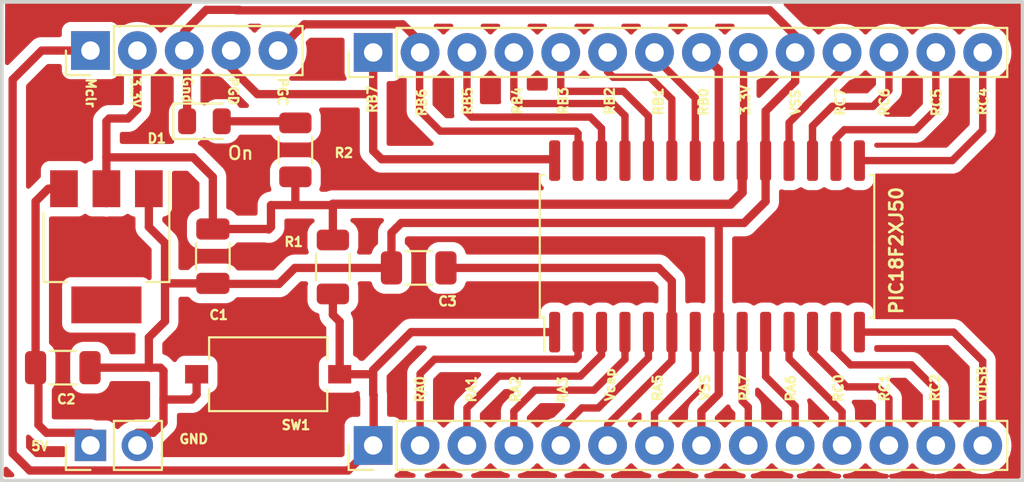
<source format=kicad_pcb>
(kicad_pcb (version 20240108) (generator "pcbnew") (generator_version "8.0")
  (layers (0 "F.Cu" signal) (31 "B.Cu" signal) (34 "B.Paste" user) (35 "F.Paste" user) (36 "B.SilkS" user "B.Silkscreen") (37 "F.SilkS" user "F.Silkscreen") (38 "B.Mask" user) (39 "F.Mask" user) (44 "Edge.Cuts" user))
  (net 0 "")
  (footprint "CNC:PinHeader_1x05_P2.54mm_Vertical_Modify" (layer "F.Cu") (at 177.1148 75.285 90)
    (property "Reference" "REF**" (hide yes))
    (property "Value" "PinHeader_1x05_P2.54mm_Vertical_Modify" (hide yes))
    (fp_line (start -1.33 -1.33) (end 0 -1.33) (stroke (width 0.12)) (layer "F.SilkS"))
    (fp_line (start -1.33 0) (end -1.33 -1.33) (stroke (width 0.12)) (layer "F.SilkS"))
    (fp_line (start 1.33 1.27) (end 1.33 11.49) (stroke (width 0.12)) (layer "F.SilkS"))
    (fp_line (start -1.33 1.27) (end 1.33 1.27) (stroke (width 0.12)) (layer "F.SilkS"))
    (fp_line (start -1.33 1.27) (end -1.33 11.49) (stroke (width 0.12)) (layer "F.SilkS"))
    (fp_line (start -1.33 11.49) (end 1.33 11.49) (stroke (width 0.12)) (layer "F.SilkS"))
    (pad "1" thru_hole rect (at 0 0 90) (size 2.1 2.1) (drill 1) (layers "*.Cu" "*.Mask"))
    (pad "2" thru_hole oval (at 0 2.54 90) (size 2.1 2.1) (drill 1) (layers "*.Cu" "*.Mask"))
    (pad "3" thru_hole oval (at 0 5.08 90) (size 2.1 2.1) (drill 1) (layers "*.Cu" "*.Mask"))
    (pad "4" thru_hole oval (at 0 7.62 90) (size 2.1 2.1) (drill 1) (layers "*.Cu" "*.Mask"))
    (pad "5" thru_hole oval (at 0 10.16 90) (size 2.1 2.1) (drill 1) (layers "*.Cu" "*.Mask"))
  )
  (footprint "Resistor_SMD:R_1206_3216Metric" (layer "F.Cu") (at 188.2146 80.6698 90)
    (property "Reference" "REF**" (hide yes))
    (property "Value" "R_1206_3216Metric" (hide yes))
    (fp_line (start -0.727064 -0.91) (end 0.727064 -0.91) (stroke (width 0.12)) (layer "F.SilkS"))
    (fp_line (start -0.727064 0.91) (end 0.727064 0.91) (stroke (width 0.12)) (layer "F.SilkS"))
    (pad "1" smd roundrect (at -1.4625 0 90) (size 1.125 1.75) (layers "F.Cu" "F.Paste" "F.Mask") (roundrect_rratio 0.2222222222))
    (pad "2" smd roundrect (at 1.4625 0 90) (size 1.125 1.75) (layers "F.Cu" "F.Paste" "F.Mask") (roundrect_rratio 0.2222222222))
  )
  (footprint "Button_Switch_SMD:SW_Tactile_SPST_NO_Straight_CK_PTS636Sx25SMTRLFS" (layer "F.Cu") (at 186.7408 92.837 180)
    (property "Reference" "REF**" (hide yes))
    (property "Value" "SW_Tactile_SPST_NO_Straight_CK_PTS636Sx25SMTRLFS" (hide yes))
    (fp_line (start 3.2 2) (end 3.2 0.8) (stroke (width 0.12)) (layer "F.SilkS"))
    (fp_line (start 3.2 -0.8) (end 3.2 -2) (stroke (width 0.12)) (layer "F.SilkS"))
    (fp_line (start 3.2 -2) (end -3.2 -2) (stroke (width 0.12)) (layer "F.SilkS"))
    (fp_line (start -3.2 2) (end 3.2 2) (stroke (width 0.12)) (layer "F.SilkS"))
    (fp_line (start -3.2 0.8) (end -3.2 2) (stroke (width 0.12)) (layer "F.SilkS"))
    (fp_line (start -3.2 -2) (end -3.2 -0.8) (stroke (width 0.12)) (layer "F.SilkS"))
    (pad "1" smd rect (at -3.875 0 180) (size 1.25 1) (layers "F.Cu" "F.Paste" "F.Mask"))
    (pad "2" smd rect (at 3.875 0 180) (size 1.25 1) (layers "F.Cu" "F.Paste" "F.Mask"))
  )
  (footprint "CNC:PinHeader_1x14_P2.54mm_Vertical_modify" (layer "F.Cu") (at 192.431 75.3866 90)
    (property "Reference" "REF**" (hide yes))
    (property "Value" "PinHeader_1x14_P2.54mm_Vertical_modify" (hide yes))
    (fp_line (start -1.33 -1.33) (end 0 -1.33) (stroke (width 0.12)) (layer "F.SilkS"))
    (fp_line (start -1.33 0) (end -1.33 -1.33) (stroke (width 0.12)) (layer "F.SilkS"))
    (fp_line (start 1.33 1.27) (end 1.33 34.35) (stroke (width 0.12)) (layer "F.SilkS"))
    (fp_line (start -1.33 1.27) (end 1.33 1.27) (stroke (width 0.12)) (layer "F.SilkS"))
    (fp_line (start -1.33 1.27) (end -1.33 34.35) (stroke (width 0.12)) (layer "F.SilkS"))
    (fp_line (start -1.33 34.35) (end 1.33 34.35) (stroke (width 0.12)) (layer "F.SilkS"))
    (pad "1" thru_hole rect (at 0 0 90) (size 2.1 2.1) (drill 1) (layers "*.Cu" "*.Mask"))
    (pad "2" thru_hole oval (at 0 2.54 90) (size 2.1 2.1) (drill 1) (layers "*.Cu" "*.Mask"))
    (pad "3" thru_hole oval (at 0 5.08 90) (size 2.1 2.1) (drill 1) (layers "*.Cu" "*.Mask"))
    (pad "4" thru_hole oval (at 0 7.62 90) (size 2.1 2.1) (drill 1) (layers "*.Cu" "*.Mask"))
    (pad "5" thru_hole oval (at 0 10.16 90) (size 2.1 2.1) (drill 1) (layers "*.Cu" "*.Mask"))
    (pad "6" thru_hole oval (at 0 12.7 90) (size 2.1 2.1) (drill 1) (layers "*.Cu" "*.Mask"))
    (pad "7" thru_hole oval (at 0 15.24 90) (size 2.1 2.1) (drill 1) (layers "*.Cu" "*.Mask"))
    (pad "8" thru_hole oval (at 0 17.78 90) (size 2.1 2.1) (drill 1) (layers "*.Cu" "*.Mask"))
    (pad "9" thru_hole oval (at 0 20.32 90) (size 2.1 2.1) (drill 1) (layers "*.Cu" "*.Mask"))
    (pad "10" thru_hole oval (at 0 22.86 90) (size 2.1 2.1) (drill 1) (layers "*.Cu" "*.Mask"))
    (pad "11" thru_hole oval (at 0 25.4 90) (size 2.1 2.1) (drill 1) (layers "*.Cu" "*.Mask"))
    (pad "12" thru_hole oval (at 0 27.94 90) (size 2.1 2.1) (drill 1) (layers "*.Cu" "*.Mask"))
    (pad "13" thru_hole oval (at 0 30.48 90) (size 2.1 2.1) (drill 1) (layers "*.Cu" "*.Mask"))
    (pad "14" thru_hole oval (at 0 33.02 90) (size 2.1 2.1) (drill 1) (layers "*.Cu" "*.Mask"))
  )
  (footprint "Package_TO_SOT_SMD:SOT-223" (layer "F.Cu") (at 177.9784 85.9272 -90)
    (property "Reference" "REF**" (hide yes))
    (property "Value" "SOT-223" (hide yes))
    (fp_line (start -1.85 3.41) (end 1.91 3.41) (stroke (width 0.12)) (layer "F.SilkS"))
    (fp_line (start 1.91 3.41) (end 1.91 2.15) (stroke (width 0.12)) (layer "F.SilkS"))
    (fp_line (start -4.1 -3.41) (end 1.91 -3.41) (stroke (width 0.12)) (layer "F.SilkS"))
    (fp_line (start 1.91 -3.41) (end 1.91 -2.15) (stroke (width 0.12)) (layer "F.SilkS"))
    (pad "1" smd rect (at -3.15 -2.3 270) (size 2 1.5) (layers "F.Cu" "F.Paste" "F.Mask"))
    (pad "2" smd rect (at -3.15 0 270) (size 2 1.5) (layers "F.Cu" "F.Paste" "F.Mask"))
    (pad "3" smd rect (at -3.15 2.3 270) (size 2 1.5) (layers "F.Cu" "F.Paste" "F.Mask"))
    (pad "4" smd rect (at 3.15 0 270) (size 2 3.8) (layers "F.Cu" "F.Paste" "F.Mask"))
  )
  (footprint "LED_SMD:LED_0805_2012Metric" (layer "F.Cu") (at 183.287 79.1204)
    (property "Reference" "REF**" (hide yes))
    (property "Value" "LED_0805_2012Metric" (hide yes))
    (fp_line (start -1.685 -0.96) (end -1.685 0.96) (stroke (width 0.12)) (layer "F.SilkS"))
    (fp_line (start -1.685 0.96) (end 1 0.96) (stroke (width 0.12)) (layer "F.SilkS"))
    (fp_line (start 1 -0.96) (end -1.685 -0.96) (stroke (width 0.12)) (layer "F.SilkS"))
    (pad "1" smd roundrect (at -0.9375 0) (size 0.975 1.4) (layers "F.Cu" "F.Paste" "F.Mask"))
    (pad "2" smd roundrect (at 0.9375 0) (size 0.975 1.4) (layers "F.Cu" "F.Paste" "F.Mask"))
  )
  (footprint "Capacitor_SMD:C_1206_3216Metric" (layer "F.Cu") (at 183.7442 86.4356 90)
    (property "Reference" "REF**" (hide yes))
    (property "Value" "C_1206_3216Metric" (hide yes))
    (fp_line (start -0.711252 -0.91) (end 0.711252 -0.91) (stroke (width 0.12)) (layer "F.SilkS"))
    (fp_line (start -0.711252 0.91) (end 0.711252 0.91) (stroke (width 0.12)) (layer "F.SilkS"))
    (pad "1" smd roundrect (at -1.475 0 90) (size 1.15 1.8) (layers "F.Cu" "F.Paste" "F.Mask") (roundrect_rratio 0.2173913043))
    (pad "2" smd roundrect (at 1.475 0 90) (size 1.15 1.8) (layers "F.Cu" "F.Paste" "F.Mask") (roundrect_rratio 0.2173913043))
  )
  (footprint "Package_SO:SOIC-28W_7.5x17.9mm_P1.27mm" (layer "F.Cu") (at 210.5152 85.9028 90)
    (property "Reference" "REF**" (hide yes))
    (property "Value" "SOIC-28W_7.5x17.9mm_P1.27mm" (hide yes))
    (fp_line (start 3.86 -9.06) (end 3.86 -8.815) (stroke (width 0.12)) (layer "F.SilkS"))
    (fp_line (start 0 -9.06) (end 3.86 -9.06) (stroke (width 0.12)) (layer "F.SilkS"))
    (fp_line (start 0 -9.06) (end -3.86 -9.06) (stroke (width 0.12)) (layer "F.SilkS"))
    (fp_line (start -3.86 -9.06) (end -3.86 -8.815) (stroke (width 0.12)) (layer "F.SilkS"))
    (fp_line (start -3.86 -8.815) (end -5.675 -8.815) (stroke (width 0.12)) (layer "F.SilkS"))
    (fp_line (start 3.86 9.06) (end 3.86 8.815) (stroke (width 0.12)) (layer "F.SilkS"))
    (fp_line (start 0 9.06) (end 3.86 9.06) (stroke (width 0.12)) (layer "F.SilkS"))
    (fp_line (start 0 9.06) (end -3.86 9.06) (stroke (width 0.12)) (layer "F.SilkS"))
    (fp_line (start -3.86 9.06) (end -3.86 8.815) (stroke (width 0.12)) (layer "F.SilkS"))
    (pad "1" smd roundrect (at -4.65 -8.255 90) (size 2.2 0.6) (layers "F.Cu" "F.Paste" "F.Mask"))
    (pad "2" smd roundrect (at -4.65 -6.985 90) (size 2.2 0.6) (layers "F.Cu" "F.Paste" "F.Mask"))
    (pad "3" smd roundrect (at -4.65 -5.715 90) (size 2.2 0.6) (layers "F.Cu" "F.Paste" "F.Mask"))
    (pad "4" smd roundrect (at -4.65 -4.445 90) (size 2.2 0.6) (layers "F.Cu" "F.Paste" "F.Mask"))
    (pad "5" smd roundrect (at -4.65 -3.175 90) (size 2.2 0.6) (layers "F.Cu" "F.Paste" "F.Mask"))
    (pad "6" smd roundrect (at -4.65 -1.905 90) (size 2.2 0.6) (layers "F.Cu" "F.Paste" "F.Mask"))
    (pad "7" smd roundrect (at -4.65 -0.635 90) (size 2.2 0.6) (layers "F.Cu" "F.Paste" "F.Mask"))
    (pad "8" smd roundrect (at -4.65 0.635 90) (size 2.2 0.6) (layers "F.Cu" "F.Paste" "F.Mask"))
    (pad "9" smd roundrect (at -4.65 1.905 90) (size 2.2 0.6) (layers "F.Cu" "F.Paste" "F.Mask"))
    (pad "10" smd roundrect (at -4.65 3.175 90) (size 2.2 0.6) (layers "F.Cu" "F.Paste" "F.Mask"))
    (pad "11" smd roundrect (at -4.65 4.445 90) (size 2.2 0.6) (layers "F.Cu" "F.Paste" "F.Mask"))
    (pad "12" smd roundrect (at -4.65 5.715 90) (size 2.2 0.6) (layers "F.Cu" "F.Paste" "F.Mask"))
    (pad "13" smd roundrect (at -4.65 6.985 90) (size 2.2 0.6) (layers "F.Cu" "F.Paste" "F.Mask"))
    (pad "14" smd roundrect (at -4.65 8.255 90) (size 2.2 0.6) (layers "F.Cu" "F.Paste" "F.Mask"))
    (pad "15" smd roundrect (at 4.65 8.255 90) (size 2.2 0.6) (layers "F.Cu" "F.Paste" "F.Mask"))
    (pad "16" smd roundrect (at 4.65 6.985 90) (size 2.2 0.6) (layers "F.Cu" "F.Paste" "F.Mask"))
    (pad "17" smd roundrect (at 4.65 5.715 90) (size 2.2 0.6) (layers "F.Cu" "F.Paste" "F.Mask"))
    (pad "18" smd roundrect (at 4.65 4.445 90) (size 2.2 0.6) (layers "F.Cu" "F.Paste" "F.Mask"))
    (pad "19" smd roundrect (at 4.65 3.175 90) (size 2.2 0.6) (layers "F.Cu" "F.Paste" "F.Mask"))
    (pad "20" smd roundrect (at 4.65 1.905 90) (size 2.2 0.6) (layers "F.Cu" "F.Paste" "F.Mask"))
    (pad "21" smd roundrect (at 4.65 0.635 90) (size 2.2 0.6) (layers "F.Cu" "F.Paste" "F.Mask"))
    (pad "22" smd roundrect (at 4.65 -0.635 90) (size 2.2 0.6) (layers "F.Cu" "F.Paste" "F.Mask"))
    (pad "23" smd roundrect (at 4.65 -1.905 90) (size 2.2 0.6) (layers "F.Cu" "F.Paste" "F.Mask"))
    (pad "24" smd roundrect (at 4.65 -3.175 90) (size 2.2 0.6) (layers "F.Cu" "F.Paste" "F.Mask"))
    (pad "25" smd roundrect (at 4.65 -4.445 90) (size 2.2 0.6) (layers "F.Cu" "F.Paste" "F.Mask"))
    (pad "26" smd roundrect (at 4.65 -5.715 90) (size 2.2 0.6) (layers "F.Cu" "F.Paste" "F.Mask"))
    (pad "27" smd roundrect (at 4.65 -6.985 90) (size 2.2 0.6) (layers "F.Cu" "F.Paste" "F.Mask"))
    (pad "28" smd roundrect (at 4.65 -8.255 90) (size 2.2 0.6) (layers "F.Cu" "F.Paste" "F.Mask"))
  )
  (footprint "CNC:PinHeader_1x14_P2.54mm_Vertical_modify" (layer "F.Cu") (at 192.431 96.6972 90)
    (property "Reference" "REF**" (hide yes))
    (property "Value" "PinHeader_1x14_P2.54mm_Vertical_modify" (hide yes))
    (fp_line (start -1.33 -1.33) (end 0 -1.33) (stroke (width 0.12)) (layer "F.SilkS"))
    (fp_line (start -1.33 0) (end -1.33 -1.33) (stroke (width 0.12)) (layer "F.SilkS"))
    (fp_line (start 1.33 1.27) (end 1.33 34.35) (stroke (width 0.12)) (layer "F.SilkS"))
    (fp_line (start -1.33 1.27) (end 1.33 1.27) (stroke (width 0.12)) (layer "F.SilkS"))
    (fp_line (start -1.33 1.27) (end -1.33 34.35) (stroke (width 0.12)) (layer "F.SilkS"))
    (fp_line (start -1.33 34.35) (end 1.33 34.35) (stroke (width 0.12)) (layer "F.SilkS"))
    (pad "1" thru_hole rect (at 0 0 90) (size 2.1 2.1) (drill 1) (layers "*.Cu" "*.Mask"))
    (pad "2" thru_hole oval (at 0 2.54 90) (size 2.1 2.1) (drill 1) (layers "*.Cu" "*.Mask"))
    (pad "3" thru_hole oval (at 0 5.08 90) (size 2.1 2.1) (drill 1) (layers "*.Cu" "*.Mask"))
    (pad "4" thru_hole oval (at 0 7.62 90) (size 2.1 2.1) (drill 1) (layers "*.Cu" "*.Mask"))
    (pad "5" thru_hole oval (at 0 10.16 90) (size 2.1 2.1) (drill 1) (layers "*.Cu" "*.Mask"))
    (pad "6" thru_hole oval (at 0 12.7 90) (size 2.1 2.1) (drill 1) (layers "*.Cu" "*.Mask"))
    (pad "7" thru_hole oval (at 0 15.24 90) (size 2.1 2.1) (drill 1) (layers "*.Cu" "*.Mask"))
    (pad "8" thru_hole oval (at 0 17.78 90) (size 2.1 2.1) (drill 1) (layers "*.Cu" "*.Mask"))
    (pad "9" thru_hole oval (at 0 20.32 90) (size 2.1 2.1) (drill 1) (layers "*.Cu" "*.Mask"))
    (pad "10" thru_hole oval (at 0 22.86 90) (size 2.1 2.1) (drill 1) (layers "*.Cu" "*.Mask"))
    (pad "11" thru_hole oval (at 0 25.4 90) (size 2.1 2.1) (drill 1) (layers "*.Cu" "*.Mask"))
    (pad "12" thru_hole oval (at 0 27.94 90) (size 2.1 2.1) (drill 1) (layers "*.Cu" "*.Mask"))
    (pad "13" thru_hole oval (at 0 30.48 90) (size 2.1 2.1) (drill 1) (layers "*.Cu" "*.Mask"))
    (pad "14" thru_hole oval (at 0 33.02 90) (size 2.1 2.1) (drill 1) (layers "*.Cu" "*.Mask"))
  )
  (footprint "Resistor_SMD:R_1206_3216Metric" (layer "F.Cu") (at 190.2466 87.0198 -90)
    (property "Reference" "REF**" (hide yes))
    (property "Value" "R_1206_3216Metric" (hide yes))
    (fp_line (start -0.727064 0.91) (end 0.727064 0.91) (stroke (width 0.12)) (layer "F.SilkS"))
    (fp_line (start -0.727064 -0.91) (end 0.727064 -0.91) (stroke (width 0.12)) (layer "F.SilkS"))
    (pad "1" smd roundrect (at -1.4625 0 270) (size 1.125 1.75) (layers "F.Cu" "F.Paste" "F.Mask") (roundrect_rratio 0.2222222222))
    (pad "2" smd roundrect (at 1.4625 0 270) (size 1.125 1.75) (layers "F.Cu" "F.Paste" "F.Mask") (roundrect_rratio 0.2222222222))
  )
  (footprint "Capacitor_SMD:C_1206_3216Metric" (layer "F.Cu") (at 194.8948 87.0706 180)
    (property "Reference" "REF**" (hide yes))
    (property "Value" "C_1206_3216Metric" (hide yes))
    (fp_line (start -0.711252 0.91) (end 0.711252 0.91) (stroke (width 0.12)) (layer "F.SilkS"))
    (fp_line (start -0.711252 -0.91) (end 0.711252 -0.91) (stroke (width 0.12)) (layer "F.SilkS"))
    (pad "1" smd roundrect (at -1.475 0 180) (size 1.15 1.8) (layers "F.Cu" "F.Paste" "F.Mask") (roundrect_rratio 0.2173913043))
    (pad "2" smd roundrect (at 1.475 0 180) (size 1.15 1.8) (layers "F.Cu" "F.Paste" "F.Mask") (roundrect_rratio 0.2173913043))
  )
  (footprint "Capacitor_SMD:C_1206_3216Metric" (layer "F.Cu") (at 175.6162 92.4808)
    (property "Reference" "REF**" (hide yes))
    (property "Value" "C_1206_3216Metric" (hide yes))
    (fp_line (start -0.711252 -0.91) (end 0.711252 -0.91) (stroke (width 0.12)) (layer "F.SilkS"))
    (fp_line (start -0.711252 0.91) (end 0.711252 0.91) (stroke (width 0.12)) (layer "F.SilkS"))
    (pad "1" smd roundrect (at -1.475 0) (size 1.15 1.8) (layers "F.Cu" "F.Paste" "F.Mask") (roundrect_rratio 0.2173913043))
    (pad "2" smd roundrect (at 1.475 0) (size 1.15 1.8) (layers "F.Cu" "F.Paste" "F.Mask") (roundrect_rratio 0.2173913043))
  )
  (footprint "Connector_PinHeader_2.54mm:PinHeader_1x02_P2.54mm_Vertical" (layer "F.Cu") (at 177.1148 96.6972 90)
    (property "Reference" "REF**" (hide yes))
    (property "Value" "PinHeader_1x02_P2.54mm_Vertical" (hide yes))
    (fp_line (start -1.33 -1.33) (end 0 -1.33) (stroke (width 0.12)) (layer "F.SilkS"))
    (fp_line (start -1.33 0) (end -1.33 -1.33) (stroke (width 0.12)) (layer "F.SilkS"))
    (fp_line (start 1.33 1.27) (end 1.33 3.87) (stroke (width 0.12)) (layer "F.SilkS"))
    (fp_line (start -1.33 1.27) (end 1.33 1.27) (stroke (width 0.12)) (layer "F.SilkS"))
    (fp_line (start -1.33 1.27) (end -1.33 3.87) (stroke (width 0.12)) (layer "F.SilkS"))
    (fp_line (start -1.33 3.87) (end 1.33 3.87) (stroke (width 0.12)) (layer "F.SilkS"))
    (pad "1" thru_hole rect (at 0 0 90) (size 1.7 1.7) (drill 1) (layers "*.Cu" "*.Mask"))
    (pad "2" thru_hole oval (at 0 2.54 90) (size 1.7 1.7) (drill 1) (layers "*.Cu" "*.Mask"))
  )
  (gr_rect (start 172.3136 72.644) (end 227.6094 98.6028) (stroke (width 0.2)) (fill none) (layer "Edge.Cuts"))
  (gr_text "3.3V" (at 179.2732 76.6572 270) (layer "F.SilkS") (effects (font (size 0.5 0.5) (thickness 0.125)) (justify left bottom)))
  (gr_text "PGC" (at 187.2234 76.6826 -90) (layer "F.SilkS") (effects (font (size 0.5 0.5) (thickness 0.125)) (justify left bottom)))
  (gr_text "PGD" (at 184.5564 76.6572 -90) (layer "F.SilkS") (effects (font (size 0.5 0.5) (thickness 0.125)) (justify left bottom)))
  (gr_text "Gnd" (at 182.0672 76.6318 270) (layer "F.SilkS") (effects (font (size 0.5 0.5) (thickness 0.125)) (justify left bottom)))
  (gr_text "RC0" (at 217.932 94.4118 90) (layer "F.SilkS") (effects (font (size 0.5 0.5) (thickness 0.125)) (justify left bottom)))
  (gr_text "RC4" (at 225.7552 78.867 90) (layer "F.SilkS") (effects (font (size 0.5 0.5) (thickness 0.125)) (justify left bottom)))
  (gr_text "RB0" (at 210.6168 78.8924 90) (layer "F.SilkS") (effects (font (size 0.5 0.5) (thickness 0.125)) (justify left bottom)))
  (gr_text "GND" (at 181.864 96.647 0) (layer "F.SilkS") (effects (font (size 0.5 0.5) (thickness 0.125)) (justify left bottom)))
  (gr_text "R1" (at 187.5536 85.9536 0) (layer "F.SilkS") (effects (font (size 0.5 0.5) (thickness 0.125)) (justify left bottom)))
  (gr_text "R2" (at 190.2714 81.1276 0) (layer "F.SilkS") (effects (font (size 0.5 0.5) (thickness 0.125)) (justify left bottom)))
  (gr_text "RA6\n" (at 215.3412 94.3864 90) (layer "F.SilkS") (effects (font (size 0.5 0.5) (thickness 0.125)) (justify left bottom)))
  (gr_text "PIC18F2XJ50" (at 221.1832 89.662 90) (layer "F.SilkS") (effects (font (size 0.7 0.7)) (justify left bottom)))
  (gr_text "C3" (at 195.8848 89.1794 0) (layer "F.SilkS") (effects (font (size 0.5 0.5) (thickness 0.125)) (justify left bottom)))
  (gr_text "RB2" (at 205.5368 78.8416 90) (layer "F.SilkS") (effects (font (size 0.5 0.5) (thickness 0.125)) (justify left bottom)))
  (gr_text "RA2" (at 200.4314 94.4372 90) (layer "F.SilkS") (effects (font (size 0.5 0.5) (thickness 0.125)) (justify left bottom)))
  (gr_text "RB3" (at 203.0222 78.8416 90) (layer "F.SilkS") (effects (font (size 0.5 0.5) (thickness 0.125)) (justify left bottom)))
  (gr_text "On" (at 184.4802 81.2546 0) (layer "F.SilkS") (effects (font (size 0.7 0.7) (thickness 0.125)) (justify left bottom)))
  (gr_text "C1" (at 183.4896 89.916 0) (layer "F.SilkS") (effects (font (size 0.5 0.5) (thickness 0.125)) (justify left bottom)))
  (gr_text "C2" (at 175.2346 94.488 0) (layer "F.SilkS") (effects (font (size 0.5 0.5) (thickness 0.125)) (justify left bottom)))
  (gr_text "D1" (at 180.1368 80.3402 0) (layer "F.SilkS") (effects (font (size 0.5 0.5) (thickness 0.125)) (justify left bottom)))
  (gr_text "RA5" (at 208.1276 94.361 90) (layer "F.SilkS") (effects (font (size 0.5 0.5) (thickness 0.125)) (justify left bottom)))
  (gr_text "5V" (at 173.8376 97.028 0) (layer "F.SilkS") (effects (font (size 0.5 0.5) (thickness 0.125)) (justify left bottom)))
  (gr_text "RA3\n" (at 202.9968 94.4626 90) (layer "F.SilkS") (effects (font (size 0.5 0.5) (thickness 0.125)) (justify left bottom)))
  (gr_text "3.3V" (at 212.8774 78.867 90) (layer "F.SilkS") (effects (font (size 0.5 0.5) (thickness 0.125)) (justify left bottom)))
  (gr_text "RB6" (at 195.3514 78.9178 90) (layer "F.SilkS") (effects (font (size 0.5 0.5) (thickness 0.125)) (justify left bottom)))
  (gr_text "RA7\n" (at 212.8266 94.361 90) (layer "F.SilkS") (effects (font (size 0.5 0.5) (thickness 0.125)) (justify left bottom)))
  (gr_text "RC7\n" (at 218.0336 78.8924 90) (layer "F.SilkS") (effects (font (size 0.5 0.5) (thickness 0.125)) (justify left bottom)))
  (gr_text "RB1" (at 208.1784 78.867 90) (layer "F.SilkS") (effects (font (size 0.5 0.5) (thickness 0.125)) (justify left bottom)))
  (gr_text "VSS" (at 210.693 94.3102 90) (layer "F.SilkS") (effects (font (size 0.5 0.5) (thickness 0.125)) (justify left bottom)))
  (gr_text "Vcap" (at 205.5622 94.361 90) (layer "F.SilkS") (effects (font (size 0.5 0.5) (thickness 0.125)) (justify left bottom)))
  (gr_text "RC5\n" (at 223.2406 78.9178 90) (layer "F.SilkS") (effects (font (size 0.5 0.5) (thickness 0.125)) (justify left bottom)))
  (gr_text "VSS" (at 215.5952 78.867 90) (layer "F.SilkS") (effects (font (size 0.5 0.5) (thickness 0.125)) (justify left bottom)))
  (gr_text "VUSB" (at 225.7298 94.4118 90) (layer "F.SilkS") (effects (font (size 0.5 0.5) (thickness 0.125)) (justify left bottom)))
  (gr_text "RC6\n" (at 220.4212 78.8924 90) (layer "F.SilkS") (effects (font (size 0.5 0.5) (thickness 0.125)) (justify left bottom)))
  (gr_text "Mclr" (at 176.8348 76.708 270) (layer "F.SilkS") (effects (font (size 0.5 0.5) (thickness 0.125)) (justify left bottom)))
  (gr_text "RA1" (at 198.0438 94.4372 90) (layer "F.SilkS") (effects (font (size 0.5 0.5) (thickness 0.125)) (justify left bottom)))
  (gr_text "RB7" (at 192.6844 78.74 90) (layer "F.SilkS") (effects (font (size 0.5 0.5) (thickness 0.125)) (justify left bottom)))
  (gr_text "RC1" (at 220.4212 94.3864 90) (layer "F.SilkS") (effects (font (size 0.5 0.5) (thickness 0.125)) (justify left bottom)))
  (gr_text "RB5" (at 197.8406 78.8416 90) (layer "F.SilkS") (effects (font (size 0.5 0.5) (thickness 0.125)) (justify left bottom)))
  (gr_text "RB4" (at 200.533 78.8162 90) (layer "F.SilkS") (effects (font (size 0.5 0.5) (thickness 0.125)) (justify left bottom)))
  (gr_text "RA0" (at 195.2752 94.4372 90) (layer "F.SilkS") (effects (font (size 0.5 0.5) (thickness 0.125)) (justify left bottom)))
  (gr_text "RC2" (at 223.1644 94.3864 90) (layer "F.SilkS") (effects (font (size 0.5 0.5) (thickness 0.125)) (justify left bottom)))
  (gr_text "SW1" (at 187.4012 95.885 0) (layer "F.SilkS") (effects (font (size 0.5 0.5) (thickness 0.125)) (justify left bottom)))
  (segment (start 219.7354 93.5228) (end 220.371 94.1584) (width 0.4) (layer "F.Cu") (net 0))
  (segment (start 221.5896 92.329) (end 222.911 93.6504) (width 0.4) (layer "F.Cu") (net 0))
  (segment (start 190.6158 92.837) (end 190.6158 89.981) (width 0.45) (layer "F.Cu") (net 0))
  (segment (start 212.751 75.3866) (end 212.4964 75.6412) (width 0.4) (layer "F.Cu") (net 0))
  (segment (start 214.9602 79.1972) (end 215.8492 78.3082) (width 0.4) (layer "F.Cu") (net 0))
  (segment (start 186.1578 77.6478) (end 192.431 77.6478) (width 0.45) (layer "F.Cu") (net 0))
  (segment (start 177.9784 82.7772) (end 177.9784 81.0762) (width 0.45) (layer "F.Cu") (net 0))
  (segment (start 174.1412 92.4808) (end 174.1412 83.4656) (width 0.45) (layer "F.Cu") (net 0))
  (segment (start 179.6548 78.46) (end 179.1468 78.968) (width 0.45) (layer "F.Cu") (net 0))
  (segment (start 188.1277 79.1204) (end 188.2146 79.2073) (width 0.45) (layer "F.Cu") (net 0))
  (segment (start 172.8984 76.8598) (end 172.8984 97.129) (width 0.45) (layer "F.Cu") (net 0))
  (segment (start 174.2954 92.635) (end 174.1412 92.4808) (width 0.45) (layer "F.Cu") (net 0))
  (segment (start 218.0844 93.5228) (end 219.7354 93.5228) (width 0.4) (layer "F.Cu") (net 0))
  (segment (start 217.9574 79.5782) (end 221.8182 79.5782) (width 0.4) (layer "F.Cu") (net 0))
  (segment (start 210.211 96.6972) (end 210.211 94.843) (width 0.45) (layer "F.Cu") (net 0))
  (segment (start 179.1468 78.968) (end 178.1308 78.968) (width 0.45) (layer "F.Cu") (net 0))
  (segment (start 196.0626 79.6544) (end 194.945 78.5368) (width 0.4) (layer "F.Cu") (net 0))
  (segment (start 181.1534 85.7244) (end 180.2784 84.8494) (width 0.45) (layer "F.Cu") (net 0))
  (segment (start 181.1534 87.7564) (end 181.1534 85.7244) (width 0.45) (layer "F.Cu") (net 0))
  (segment (start 192.3294 92.837) (end 192.431 92.9386) (width 0.45) (layer "F.Cu") (net 0))
  (segment (start 225.451 79.603) (end 225.451 75.3866) (width 0.4) (layer "F.Cu") (net 0))
  (segment (start 212.4964 75.6412) (end 212.4964 81.1766) (width 0.4) (layer "F.Cu") (net 0))
  (segment (start 222.911 93.6504) (end 222.911 96.6972) (width 0.4) (layer "F.Cu") (net 0))
  (segment (start 199.2376 92.9386) (end 203.6572 92.9386) (width 0.4) (layer "F.Cu") (net 0))
  (segment (start 213.6902 90.5528) (end 213.6902 92.964) (width 0.4) (layer "F.Cu") (net 0))
  (segment (start 204.8002 81.2528) (end 204.8002 79.502) (width 0.4) (layer "F.Cu") (net 0))
  (segment (start 215.291 75.3866) (end 215.291 74.4734) (width 0.45) (layer "F.Cu") (net 0))
  (segment (start 223.8012 81.2528) (end 225.451 79.603) (width 0.4) (layer "F.Cu") (net 0))
  (segment (start 187.2748 75.285) (end 188.6972 73.8626) (width 0.45) (layer "F.Cu") (net 0))
  (segment (start 184.7348 76.2248) (end 186.1578 77.6478) (width 0.45) (layer "F.Cu") (net 0))
  (segment (start 183.7696 87.936) (end 187.3238 87.936) (width 0.45) (layer "F.Cu") (net 0))
  (segment (start 205.4098 78.1558) (end 206.0702 78.8162) (width 0.4) (layer "F.Cu") (net 0))
  (segment (start 174.1412 83.4656) (end 174.8296 82.7772) (width 0.45) (layer "F.Cu") (net 0))
  (segment (start 217.5002 91.5416) (end 218.2876 92.329) (width 0.4) (layer "F.Cu") (net 0))
  (segment (start 193.4198 85.1674) (end 193.4198 87.0706) (width 0.45) (layer "F.Cu") (net 0))
  (segment (start 192.4564 93.954) (end 192.4564 95.6558) (width 0.45) (layer "F.Cu") (net 0))
  (segment (start 182.6774 81.0762) (end 183.7442 82.143) (width 0.45) (layer "F.Cu") (net 0))
  (segment (start 183.7442 84.9606) (end 186.7414 84.9606) (width 0.45) (layer "F.Cu") (net 0))
  (segment (start 217.297 78.3082) (end 219.5068 78.3082) (width 0.4) (layer "F.Cu") (net 0))
  (segment (start 213.6902 78.5622) (end 213.6902 81.2528) (width 0.45) (layer "F.Cu") (net 0))
  (segment (start 207.3402 81.2528) (end 207.3402 78.8416) (width 0.4) (layer "F.Cu") (net 0))
  (segment (start 211.1502 76.3258) (end 211.1502 81.2528) (width 0.45) (layer "F.Cu") (net 0))
  (segment (start 202.591 96.6972) (end 202.591 95.8082) (width 0.4) (layer "F.Cu") (net 0))
  (segment (start 208.6102 81.2528) (end 208.6102 77.9272) (width 0.4) (layer "F.Cu") (net 0))
  (segment (start 215.291 75.3866) (end 215.291 76.9614) (width 0.45) (layer "F.Cu") (net 0))
  (segment (start 218.2876 92.329) (end 221.5896 92.329) (width 0.4) (layer "F.Cu") (net 0))
  (segment (start 182.8658 93.9434) (end 182.8658 92.837) (width 0.45) (layer "F.Cu") (net 0))
  (segment (start 216.2302 90.5528) (end 216.2302 91.6686) (width 0.4) (layer "F.Cu") (net 0))
  (segment (start 204.8002 91.7956) (end 204.8002 90.5528) (width 0.4) (layer "F.Cu") (net 0))
  (segment (start 216.2302 91.6686) (end 218.0844 93.5228) (width 0.4) (layer "F.Cu") (net 0))
  (segment (start 211.1502 93.9038) (end 211.1502 90.5528) (width 0.45) (layer "F.Cu") (net 0))
  (segment (start 180.366 92.4808) (end 180.2784 92.3932) (width 0.45) (layer "F.Cu") (net 0))
  (segment (start 215.291 74.4734) (end 213.9188 73.1012) (width 0.45) (layer "F.Cu") (net 0))
  (segment (start 210.1856 96.6718) (end 210.211 96.6972) (width 0.45) (layer "F.Cu") (net 0))
  (segment (start 212.4964 81.1766) (end 212.4202 81.2528) (width 0.4) (layer "F.Cu") (net 0))
  (segment (start 204.1906 78.8924) (end 197.7644 78.8924) (width 0.4) (layer "F.Cu") (net 0))
  (segment (start 209.8802 92.7608) (end 209.8802 90.5528) (width 0.4) (layer "F.Cu") (net 0))
  (segment (start 194.971 96.6972) (end 194.971 92.811) (width 0.4) (layer "F.Cu") (net 0))
  (segment (start 192.431 92.9386) (end 192.431 93.9286) (width 0.45) (layer "F.Cu") (net 0))
  (segment (start 214.9602 91.9988) (end 217.831 94.8696) (width 0.4) (layer "F.Cu") (net 0))
  (segment (start 216.2302 79.375) (end 217.297 78.3082) (width 0.4) (layer "F.Cu") (net 0))
  (segment (start 206.0702 90.5528) (end 206.0702 92.0242) (width 0.4) (layer "F.Cu") (net 0))
  (segment (start 203.6572 92.9386) (end 204.8002 91.7956) (width 0.4) (layer "F.Cu") (net 0))
  (segment (start 200.051 75.3866) (end 200.051 77.9024) (width 0.4) (layer "F.Cu") (net 0))
  (segment (start 222.911 78.4854) (end 222.911 75.3866) (width 0.4) (layer "F.Cu") (net 0))
  (segment (start 195.7578 92.0242) (end 203.3778 92.0242) (width 0.4) (layer "F.Cu") (net 0))
  (segment (start 193.9544 84.6328) (end 193.4198 85.1674) (width 0.45) (layer "F.Cu") (net 0))
  (segment (start 191.07 98.0582) (end 192.4564 96.6718) (width 0.45) (layer "F.Cu") (net 0))
  (segment (start 177.9784 82.7772) (end 177.9784 83.5654) (width 0.45) (layer "F.Cu") (net 0))
  (segment (start 184.2245 79.1204) (end 188.1277 79.1204) (width 0.45) (layer "F.Cu") (net 0))
  (segment (start 183.7442 87.9106) (end 181.3076 87.9106) (width 0.45) (layer "F.Cu") (net 0))
  (segment (start 192.431 80.7218) (end 192.431 77.6478) (width 0.45) (layer "F.Cu") (net 0))
  (segment (start 206.0702 78.8162) (end 206.0702 81.2528) (width 0.4) (layer "F.Cu") (net 0))
  (segment (start 216.2302 81.2528) (end 216.2302 79.375) (width 0.4) (layer "F.Cu") (net 0))
  (segment (start 197.511 96.6972) (end 197.511 94.6652) (width 0.4) (layer "F.Cu") (net 0))
  (segment (start 179.6548 75.285) (end 179.6548 78.46) (width 0.45) (layer "F.Cu") (net 0))
  (segment (start 217.5002 81.2528) (end 217.5002 80.0354) (width 0.4) (layer "F.Cu") (net 0))
  (segment (start 181.0722 94.208) (end 182.6012 94.208) (width 0.45) (layer "F.Cu") (net 0))
  (segment (start 215.291 94.5648) (end 215.291 96.6972) (width 0.4) (layer "F.Cu") (net 0))
  (segment (start 204.6224 94.6658) (end 207.3402 91.948) (width 0.4) (layer "F.Cu") (net 0))
  (segment (start 206.0702 92.0242) (end 204.3938 93.7006) (width 0.4) (layer "F.Cu") (net 0))
  (segment (start 208.6102 92.1004) (end 208.6102 90.5528) (width 0.4) (layer "F.Cu") (net 0))
  (segment (start 194.945 75.4126) (end 194.971 75.3866) (width 0.4) (layer "F.Cu") (net 0))
  (segment (start 182.6012 94.208) (end 182.8658 93.9434) (width 0.45) (layer "F.Cu") (net 0))
  (segment (start 205.131 95.5796) (end 208.6102 92.1004) (width 0.4) (layer "F.Cu") (net 0))
  (segment (start 205.131 96.6972) (end 205.131 95.5796) (width 0.4) (layer "F.Cu") (net 0))
  (segment (start 177.9784 79.1204) (end 177.9784 81.0762) (width 0.45) (layer "F.Cu") (net 0))
  (segment (start 181.3076 87.9106) (end 181.1534 87.7564) (width 0.45) (layer "F.Cu") (net 0))
  (segment (start 202.2602 81.2528) (end 202.1858 81.1784) (width 0.45) (layer "F.Cu") (net 0))
  (segment (start 204.3938 93.7006) (end 201.1934 93.7006) (width 0.4) (layer "F.Cu") (net 0))
  (segment (start 174.7272 96.0114) (end 174.2954 95.5796) (width 0.45) (layer "F.Cu") (net 0))
  (segment (start 217.831 76.301) (end 217.831 75.3866) (width 0.4) (layer "F.Cu") (net 0))
  (segment (start 218.7702 81.2528) (end 223.8012 81.2528) (width 0.4) (layer "F.Cu") (net 0))
  (segment (start 213.9188 73.1012) (end 185.0136 73.1012) (width 0.45) (layer "F.Cu") (net 0))
  (segment (start 196.3698 87.0706) (end 207.8984 87.0706) (width 0.45) (layer "F.Cu") (net 0))
  (segment (start 181.1534 89.9662) (end 181.1534 87.7564) (width 0.45) (layer "F.Cu") (net 0))
  (segment (start 183.7442 82.143) (end 183.7442 84.9606) (width 0.45) (layer "F.Cu") (net 0))
  (segment (start 210.211 94.843) (end 211.1502 93.9038) (width 0.45) (layer "F.Cu") (net 0))
  (segment (start 172.8984 97.129) (end 173.8276 98.0582) (width 0.45) (layer "F.Cu") (net 0))
  (segment (start 181.0722 94.208) (end 181.0722 92.6536) (width 0.45) (layer "F.Cu") (net 0))
  (segment (start 214.9602 81.2528) (end 214.9602 79.1972) (width 0.4) (layer "F.Cu") (net 0))
  (segment (start 203.4032 79.6544) (end 196.0626 79.6544) (width 0.4) (layer "F.Cu") (net 0))
  (segment (start 179.6548 96.0114) (end 180.5184 96.0114) (width 0.45) (layer "F.Cu") (net 0))
  (segment (start 188.1638 83.667) (end 190.1958 83.667) (width 0.45) (layer "F.Cu") (net 0))
  (segment (start 197.511 94.6652) (end 199.2376 92.9386) (width 0.4) (layer "F.Cu") (net 0))
  (segment (start 177.1148 96.6972) (end 177.1148 96.0114) (width 0) (layer "F.Cu") (net 0))
  (segment (start 194.0312 73.8626) (end 194.971 74.8024) (width 0.45) (layer "F.Cu") (net 0))
  (segment (start 174.4732 75.285) (end 172.8984 76.8598) (width 0.45) (layer "F.Cu") (net 0))
  (segment (start 207.8984 87.0706) (end 208.6102 87.7824) (width 0.45) (layer "F.Cu") (net 0))
  (segment (start 203.5302 91.8718) (end 203.5302 90.5528) (width 0.4) (layer "F.Cu") (net 0))
  (segment (start 212.4202 94.2848) (end 212.751 94.6156) (width 0.4) (layer "F.Cu") (net 0))
  (segment (start 194.971 92.811) (end 195.7578 92.0242) (width 0.4) (layer "F.Cu") (net 0))
  (segment (start 200.051 77.9024) (end 200.3044 78.1558) (width 0.4) (layer "F.Cu") (net 0))
  (segment (start 180.2784 92.3932) (end 180.2784 90.8412) (width 0.45) (layer "F.Cu") (net 0))
  (segment (start 173.8276 98.0582) (end 191.07 98.0582) (width 0.45) (layer "F.Cu") (net 0))
  (segment (start 211.1502 90.5528) (end 211.1502 84.6328) (width 0.45) (layer "F.Cu") (net 0))
  (segment (start 202.2602 90.5528) (end 194.4866 90.5528) (width 0.45) (layer "F.Cu") (net 0))
  (segment (start 202.1858 81.1784) (end 192.8876 81.1784) (width 0.45) (layer "F.Cu") (net 0))
  (segment (start 202.6412 77.4954) (end 202.591 77.4452) (width 0.4) (layer "F.Cu") (net 0))
  (segment (start 208.6102 77.9272) (end 207.4164 76.7334) (width 0.4) (layer "F.Cu") (net 0))
  (segment (start 207.3402 78.8416) (end 205.994 77.4954) (width 0.4) (layer "F.Cu") (net 0))
  (segment (start 219.5068 78.3082) (end 220.371 77.444) (width 0.4) (layer "F.Cu") (net 0))
  (segment (start 183.7442 87.9106) (end 183.7696 87.936) (width 0.45) (layer "F.Cu") (net 0))
  (segment (start 220.371 94.1584) (end 220.371 96.6972) (width 0.4) (layer "F.Cu") (net 0))
  (segment (start 190.2466 89.6118) (end 190.2466 88.4823) (width 0.45) (layer "F.Cu") (net 0))
  (segment (start 180.366 92.4808) (end 177.0912 92.4808) (width 0.45) (layer "F.Cu") (net 0))
  (segment (start 192.4564 96.6718) (end 192.4564 95.6558) (width 0.45) (layer "F.Cu") (net 0))
  (segment (start 221.8182 79.5782) (end 222.911 78.4854) (width 0.4) (layer "F.Cu") (net 0))
  (segment (start 209.9824 75.6152) (end 210.211 75.3866) (width 0.45) (layer "F.Cu") (net 0))
  (segment (start 203.3778 92.0242) (end 203.5302 91.8718) (width 0.4) (layer "F.Cu") (net 0))
  (segment (start 180.2784 90.8412) (end 181.1534 89.9662) (width 0.45) (layer "F.Cu") (net 0))
  (segment (start 190.6158 92.837) (end 192.3294 92.837) (width 0.45) (layer "F.Cu") (net 0))
  (segment (start 187.3238 87.936) (end 188.1886 87.0712) (width 0.45) (layer "F.Cu") (net 0))
  (segment (start 213.6902 81.2528) (end 213.6902 83.4644) (width 0.45) (layer "F.Cu") (net 0))
  (segment (start 205.994 77.4954) (end 202.6412 77.4954) (width 0.4) (layer "F.Cu") (net 0))
  (segment (start 210.211 75.3866) (end 211.1502 76.3258) (width 0.45) (layer "F.Cu") (net 0))
  (segment (start 210.211 96.6972) (end 210.6782 96.6972) (width 0.45) (layer "F.Cu") (net 0))
  (segment (start 225.451 92.1264) (end 223.8774 90.5528) (width 0.4) (layer "F.Cu") (net 0))
  (segment (start 203.7334 94.6658) (end 204.6224 94.6658) (width 0.4) (layer "F.Cu") (net 0))
  (segment (start 188.2146 82.1323) (end 188.2146 83.6162) (width 0.45) (layer "F.Cu") (net 0))
  (segment (start 177.1148 75.285) (end 174.4732 75.285) (width 0.45) (layer "F.Cu") (net 0))
  (segment (start 182.3495 79.1204) (end 182.3495 75.4397) (width 0.45) (layer "F.Cu") (net 0))
  (segment (start 180.2784 84.8494) (end 180.2784 82.7772) (width 0.45) (layer "F.Cu") (net 0))
  (segment (start 186.7414 84.9606) (end 186.7668 84.986) (width 0.45) (layer "F.Cu") (net 0))
  (segment (start 207.3402 91.948) (end 207.3402 90.5528) (width 0.4) (layer "F.Cu") (net 0))
  (segment (start 225.451 96.6972) (end 225.451 92.1264) (width 0.4) (layer "F.Cu") (net 0))
  (segment (start 203.5302 79.7814) (end 203.4032 79.6544) (width 0.4) (layer "F.Cu") (net 0))
  (segment (start 217.831 94.8696) (end 217.831 96.6972) (width 0.4) (layer "F.Cu") (net 0))
  (segment (start 174.2954 95.5796) (end 174.2954 92.635) (width 0.45) (layer "F.Cu") (net 0))
  (segment (start 192.431 92.6084) (end 192.431 92.9386) (width 0.45) (layer "F.Cu") (net 0))
  (segment (start 200.3044 78.1558) (end 205.4098 78.1558) (width 0.4) (layer "F.Cu") (net 0))
  (segment (start 182.1948 75.285) (end 182.1948 74.269) (width 0.45) (layer "F.Cu") (net 0))
  (segment (start 214.9602 90.5528) (end 214.9602 91.9988) (width 0.4) (layer "F.Cu") (net 0))
  (segment (start 194.4866 90.5528) (end 192.431 92.6084) (width 0.45) (layer "F.Cu") (net 0))
  (segment (start 193.4192 87.0712) (end 193.4198 87.0706) (width 0.45) (layer "F.Cu") (net 0))
  (segment (start 190.246 83.6168) (end 190.1958 83.667) (width 0.5) (layer "F.Cu") (net 0))
  (segment (start 194.971 74.8024) (end 194.971 75.3866) (width 0.45) (layer "F.Cu") (net 0))
  (segment (start 194.945 78.5368) (end 194.945 75.4126) (width 0.4) (layer "F.Cu") (net 0))
  (segment (start 209.8802 77.851) (end 209.8802 81.2528) (width 0.4) (layer "F.Cu") (net 0))
  (segment (start 215.291 76.9614) (end 213.6902 78.5622) (width 0.45) (layer "F.Cu") (net 0))
  (segment (start 183.388 73.0758) (end 185.175 73.0758) (width 0.45) (layer "F.Cu") (net 0))
  (segment (start 207.671 96.6972) (end 207.671 94.97) (width 0.4) (layer "F.Cu") (net 0))
  (segment (start 211.7852 83.6168) (end 190.246 83.6168) (width 0.5) (layer "F.Cu") (net 0))
  (segment (start 202.591 95.8082) (end 203.7334 94.6658) (width 0.4) (layer "F.Cu") (net 0))
  (segment (start 207.671 94.97) (end 209.8802 92.7608) (width 0.4) (layer "F.Cu") (net 0))
  (segment (start 178.1308 78.968) (end 177.9784 79.1204) (width 0.45) (layer "F.Cu") (net 0))
  (segment (start 213.6902 83.4644) (end 212.5218 84.6328) (width 0.45) (layer "F.Cu") (net 0))
  (segment (start 181.0722 95.4576) (end 181.0722 94.208) (width 0.45) (layer "F.Cu") (net 0))
  (segment (start 215.8492 78.3082) (end 215.8492 78.2828) (width 0.4) (layer "F.Cu") (net 0))
  (segment (start 184.7348 75.285) (end 184.7348 76.2248) (width 0.45) (layer "F.Cu") (net 0))
  (segment (start 213.6902 92.964) (end 215.291 94.5648) (width 0.4) (layer "F.Cu") (net 0))
  (segment (start 177.9784 81.0762) (end 182.6774 81.0762) (width 0.45) (layer "F.Cu") (net 0))
  (segment (start 207.671 75.3866) (end 207.671 75.6418) (width 0.4) (layer "F.Cu") (net 0))
  (segment (start 182.3495 75.4397) (end 182.1948 75.285) (width 0.45) (layer "F.Cu") (net 0))
  (segment (start 188.2146 83.6162) (end 188.1638 83.667) (width 0.45) (layer "F.Cu") (net 0))
  (segment (start 207.4164 76.7334) (end 205.4352 76.7334) (width 0.4) (layer "F.Cu") (net 0))
  (segment (start 202.591 77.4452) (end 202.591 75.3866) (width 0.4) (layer "F.Cu") (net 0))
  (segment (start 186.8938 83.667) (end 188.1638 83.667) (width 0.45) (layer "F.Cu") (net 0))
  (segment (start 180.5184 96.0114) (end 181.0722 95.4576) (width 0.45) (layer "F.Cu") (net 0))
  (segment (start 186.7668 84.986) (end 186.8938 84.859) (width 0.45) (layer "F.Cu") (net 0))
  (segment (start 207.671 75.6418) (end 209.8802 77.851) (width 0.4) (layer "F.Cu") (net 0))
  (segment (start 201.1934 93.7006) (end 200.051 94.843) (width 0.4) (layer "F.Cu") (net 0))
  (segment (start 212.4202 82.9818) (end 211.7852 83.6168) (width 0.5) (layer "F.Cu") (net 0))
  (segment (start 223.8774 90.5528) (end 218.7702 90.5528) (width 0.4) (layer "F.Cu") (net 0))
  (segment (start 186.8938 84.859) (end 186.8938 83.667) (width 0.45) (layer "F.Cu") (net 0))
  (segment (start 208.6102 87.7824) (end 208.6102 90.5528) (width 0.45) (layer "F.Cu") (net 0))
  (segment (start 215.8492 78.2828) (end 217.831 76.301) (width 0.4) (layer "F.Cu") (net 0))
  (segment (start 192.8876 81.1784) (end 192.431 80.7218) (width 0.45) (layer "F.Cu") (net 0))
  (segment (start 174.8296 82.7772) (end 175.6784 82.7772) (width 0.45) (layer "F.Cu") (net 0))
  (segment (start 203.5302 81.2528) (end 203.5302 79.7814) (width 0.4) (layer "F.Cu") (net 0))
  (segment (start 200.051 94.843) (end 200.051 96.6972) (width 0.4) (layer "F.Cu") (net 0))
  (segment (start 217.5002 80.0354) (end 217.9574 79.5782) (width 0.4) (layer "F.Cu") (net 0))
  (segment (start 188.1886 87.0712) (end 193.4192 87.0712) (width 0.45) (layer "F.Cu") (net 0))
  (segment (start 179.6548 96.6972) (end 179.6548 96.0114) (width 0) (layer "F.Cu") (net 0))
  (segment (start 205.131 76.4292) (end 205.131 75.3866) (width 0.4) (layer "F.Cu") (net 0))
  (segment (start 217.5002 90.5528) (end 217.5002 91.5416) (width 0.4) (layer "F.Cu") (net 0))
  (segment (start 204.8002 79.502) (end 204.1906 78.8924) (width 0.4) (layer "F.Cu") (net 0))
  (segment (start 197.7644 78.8924) (end 197.511 78.639) (width 0.4) (layer "F.Cu") (net 0))
  (segment (start 197.511 78.639) (end 197.511 75.3866) (width 0.4) (layer "F.Cu") (net 0))
  (segment (start 182.1948 74.269) (end 183.388 73.0758) (width 0.45) (layer "F.Cu") (net 0))
  (segment (start 212.4202 90.5528) (end 212.4202 94.2848) (width 0.4) (layer "F.Cu") (net 0))
  (segment (start 212.751 94.6156) (end 212.751 96.6972) (width 0.4) (layer "F.Cu") (net 0))
  (segment (start 212.5218 84.6328) (end 211.1502 84.6328) (width 0.45) (layer "F.Cu") (net 0))
  (segment (start 188.6972 73.8626) (end 194.0312 73.8626) (width 0.45) (layer "F.Cu") (net 0))
  (segment (start 211.1502 84.6328) (end 193.9544 84.6328) (width 0.45) (layer "F.Cu") (net 0))
  (segment (start 212.4202 81.2528) (end 212.4202 82.9818) (width 0.5) (layer "F.Cu") (net 0))
  (segment (start 180.8994 92.4808) (end 180.366 92.4808) (width 0.45) (layer "F.Cu") (net 0))
  (segment (start 192.431 93.9286) (end 192.4564 93.954) (width 0.45) (layer "F.Cu") (net 0))
  (segment (start 205.4352 76.7334) (end 205.131 76.4292) (width 0.4) (layer "F.Cu") (net 0))
  (segment (start 192.431 77.6478) (end 192.431 75.3866) (width 0.45) (layer "F.Cu") (net 0))
  (segment (start 190.2466 85.5573) (end 190.2466 83.6162) (width 0.45) (layer "F.Cu") (net 0))
  (segment (start 220.371 77.444) (end 220.371 75.3866) (width 0.4) (layer "F.Cu") (net 0))
  (segment (start 174.7272 96.0114) (end 177.1148 96.0114) (width 0.45) (layer "F.Cu") (net 0))
  (segment (start 181.0722 92.6536) (end 180.8994 92.4808) (width 0.45) (layer "F.Cu") (net 0))
  (segment (start 190.6158 89.981) (end 190.2466 89.6118) (width 0.45) (layer "F.Cu") (net 0))
  (zone (net 0) (net_name "") (layer "F.Cu") (connect_pads (clearance 0.5)) (min_thickness 0.25) (fill yes (thermal_gap 0.5) (thermal_bridge_width 0.5) (island_removal_mode 1) (island_area_min 10))
    (polygon (pts (xy 172.4914 72.5424) (xy 227.584 72.6186) (xy 227.5078 98.5012) (xy 172.4152 98.425)))
  )
)
</source>
